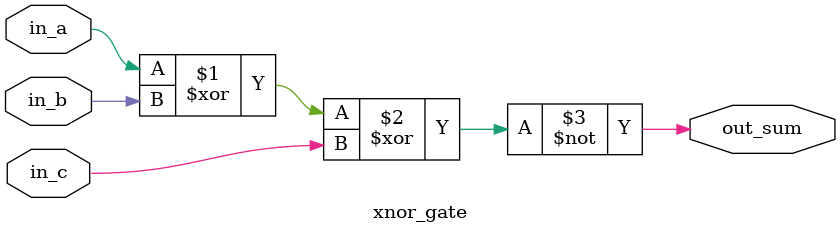
<source format=v>
module xnor_gate(
    in_a,
    in_b,
    in_c,
    out_sum
);

input in_a;
input in_b;
input in_c;
output out_sum;

assign out_sum = ~(in_a ^ in_b ^ in_c);

endmodule 
</source>
